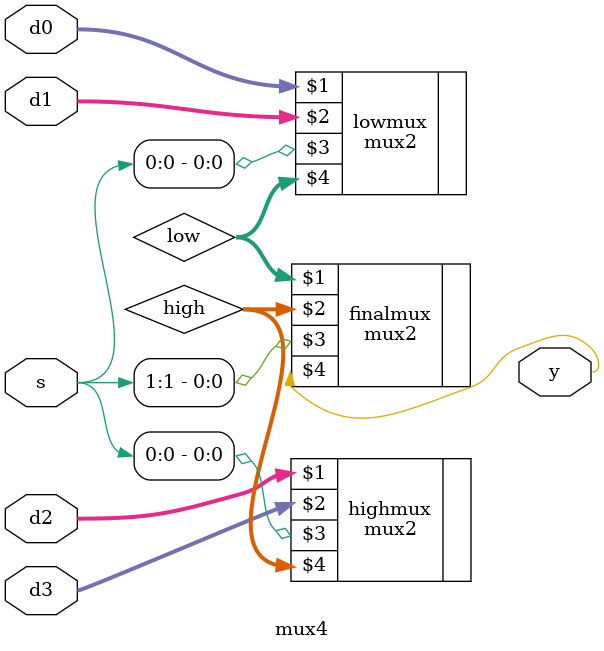
<source format=sv>
module mux4(input logic[3:0] d0, d1, d2, d3, input logic [1:0] s, output logic y);

logic [3:0] low, high;

mux2 lowmux(d0, d1, s[0], low);
mux2 highmux(d2,d3, s[0], high);
mux2 finalmux(low, high, s[1], y);

endmodule

</source>
